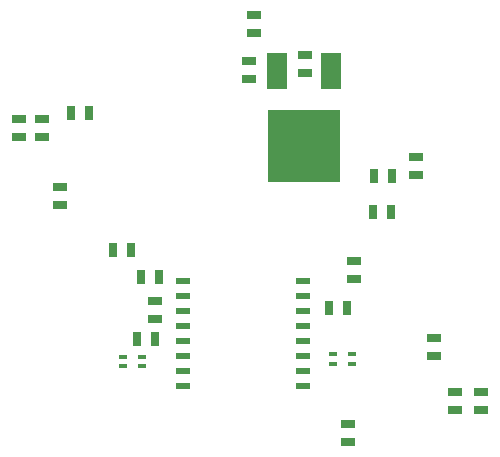
<source format=gtp>
%FSLAX34Y34*%
G04 Gerber Fmt 3.4, Leading zero omitted, Abs format*
G04 (created by PCBNEW (2013-11-28 BZR 4510)-product) date Thu 23 Jan 2014 12:01:45 PM EST*
%MOIN*%
G01*
G70*
G90*
G04 APERTURE LIST*
%ADD10C,0.005906*%
%ADD11R,0.045000X0.020000*%
%ADD12R,0.065000X0.120000*%
%ADD13R,0.240000X0.240000*%
%ADD14R,0.031496X0.017717*%
%ADD15R,0.045000X0.025000*%
%ADD16R,0.025000X0.045000*%
G04 APERTURE END LIST*
G54D10*
G54D11*
X74250Y-45900D03*
X74250Y-46400D03*
X74250Y-46900D03*
X74250Y-47400D03*
X74250Y-47900D03*
X74250Y-48400D03*
X74250Y-48900D03*
X74250Y-49400D03*
X78250Y-49400D03*
X78250Y-48900D03*
X78250Y-48400D03*
X78250Y-47900D03*
X78250Y-47400D03*
X78250Y-46900D03*
X78250Y-46400D03*
X78250Y-45900D03*
G54D12*
X79200Y-38880D03*
G54D13*
X78300Y-41380D03*
G54D12*
X77400Y-38880D03*
G54D14*
X72884Y-48422D03*
X72255Y-48422D03*
X72255Y-48737D03*
X72884Y-48737D03*
X79884Y-48332D03*
X79255Y-48332D03*
X79255Y-48647D03*
X79884Y-48647D03*
G54D15*
X68780Y-41100D03*
X68780Y-40500D03*
X73340Y-47150D03*
X73340Y-46550D03*
G54D16*
X73470Y-45770D03*
X72870Y-45770D03*
G54D15*
X76620Y-37610D03*
X76620Y-37010D03*
X76450Y-39160D03*
X76450Y-38560D03*
G54D16*
X80620Y-42400D03*
X81220Y-42400D03*
X79720Y-46780D03*
X79120Y-46780D03*
G54D15*
X83310Y-49580D03*
X83310Y-50180D03*
X78310Y-38960D03*
X78310Y-38360D03*
G54D16*
X72510Y-44870D03*
X71910Y-44870D03*
G54D15*
X70160Y-43350D03*
X70160Y-42750D03*
G54D16*
X80600Y-43575D03*
X81200Y-43575D03*
G54D15*
X82610Y-47800D03*
X82610Y-48400D03*
X69550Y-41100D03*
X69550Y-40500D03*
G54D16*
X71140Y-40300D03*
X70540Y-40300D03*
G54D15*
X82030Y-41770D03*
X82030Y-42370D03*
G54D16*
X72730Y-47810D03*
X73330Y-47810D03*
G54D15*
X79950Y-45210D03*
X79950Y-45810D03*
X79750Y-51270D03*
X79750Y-50670D03*
X84200Y-49580D03*
X84200Y-50180D03*
M02*

</source>
